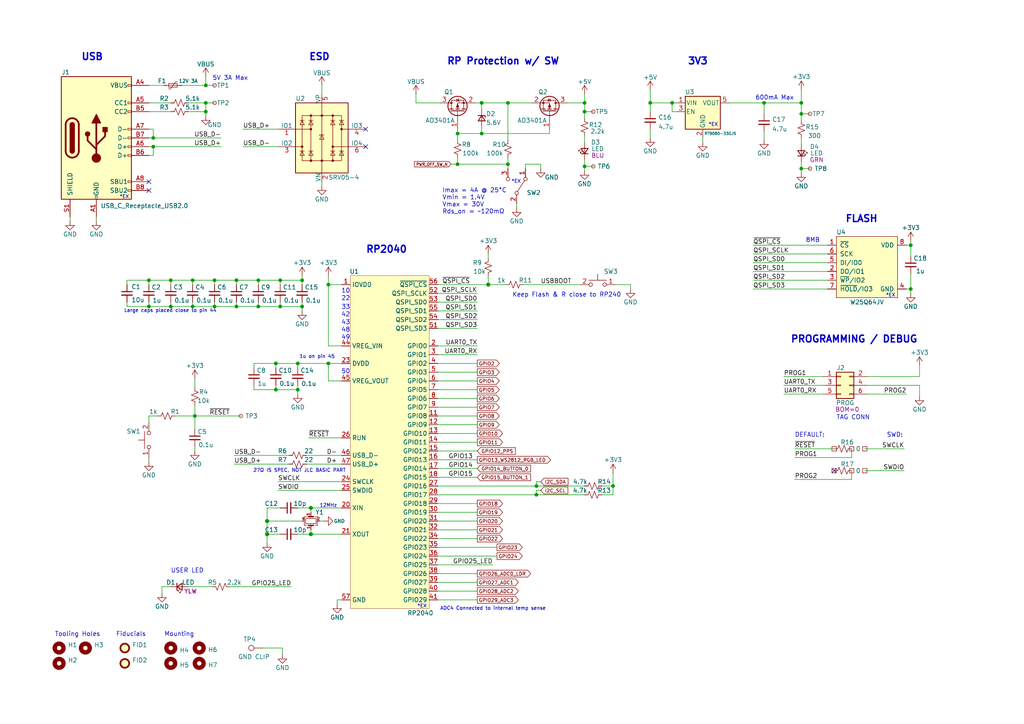
<source format=kicad_sch>
(kicad_sch (version 20230121) (generator eeschema)
  (paper "A4")
  (title_block (title "RP2040 & USB"))
  (junction (at 139.7 38.735))
  (junction (at 81.28 81.28))
  (junction (at 169.545 32.385))
  (junction (at 132.715 38.735))
  (junction (at 95.25 105.41))
  (junction (at 44.45 42.545))
  (junction (at 62.23 88.9))
  (junction (at 90.17 154.94) (diameter 1.016))
  (junction (at 80.01 105.41))
  (junction (at 49.53 81.28))
  (junction (at 44.45 40.005))
  (junction (at 139.7 29.845))
  (junction (at 194.945 29.845))
  (junction (at 81.28 88.9))
  (junction (at 87.63 81.28))
  (junction (at 147.32 29.845))
  (junction (at 77.47 151.13) (diameter 1.016))
  (junction (at 86.36 105.41))
  (junction (at 49.53 88.9))
  (junction (at 264.16 71.12))
  (junction (at 169.545 48.26))
  (junction (at 59.69 32.385))
  (junction (at 90.17 147.32) (diameter 1.016))
  (junction (at 232.41 48.895))
  (junction (at 43.18 88.9))
  (junction (at 74.93 81.28))
  (junction (at 77.47 154.94) (diameter 1.016))
  (junction (at 177.8 140.97))
  (junction (at 59.69 29.845))
  (junction (at 147.32 47.625))
  (junction (at 155.575 140.97))
  (junction (at 86.36 113.03))
  (junction (at 232.41 29.845))
  (junction (at 68.58 81.28))
  (junction (at 95.25 82.55))
  (junction (at 43.18 81.28))
  (junction (at 132.715 47.625))
  (junction (at 221.615 29.845))
  (junction (at 74.93 88.9))
  (junction (at 80.01 113.03))
  (junction (at 232.41 33.02))
  (junction (at 55.88 81.28))
  (junction (at 56.515 120.65))
  (junction (at 87.63 88.9))
  (junction (at 188.595 29.845))
  (junction (at 264.16 83.82))
  (junction (at 141.605 82.55) (diameter 1.016))
  (junction (at 59.69 24.765))
  (junction (at 68.58 88.9))
  (junction (at 62.23 81.28))
  (junction (at 155.575 143.51))
  (junction (at 169.545 29.845))
  (junction (at 55.88 88.9))
  (no_connect (at 241.935 136.525))
  (no_connect (at 106.045 42.545))
  (no_connect (at 43.18 52.705))
  (no_connect (at 106.045 37.465))
  (no_connect (at 43.18 55.245))
  (wire (pts (xy 127 102.87) (xy 138.43 102.87)))
  (wire (pts (xy 90.17 147.32) (xy 90.17 148.59)))
  (wire (pts (xy 95.25 110.49) (xy 95.25 105.41)))
  (wire (pts (xy 232.41 50.165) (xy 232.41 48.895)))
  (wire (pts (xy 43.18 37.465) (xy 44.45 37.465)))
  (wire (pts (xy 127 113.03) (xy 138.43 113.03)))
  (wire (pts (xy 262.89 71.12) (xy 264.16 71.12)))
  (wire (pts (xy 95.25 82.55) (xy 99.06 82.55)))
  (wire (pts (xy 238.76 114.3) (xy 227.33 114.3)))
  (wire (pts (xy 86.36 105.41) (xy 86.36 106.68)))
  (wire (pts (xy 81.28 88.9) (xy 81.28 87.63)))
  (wire (pts (xy 80.01 106.68) (xy 80.01 105.41)))
  (wire (pts (xy 141.605 82.55) (xy 141.605 80.01)))
  (wire (pts (xy 43.18 88.9) (xy 49.53 88.9)))
  (wire (pts (xy 49.53 88.9) (xy 49.53 87.63)))
  (wire (pts (xy 50.8 120.65) (xy 56.515 120.65)))
  (wire (pts (xy 247.015 130.175) (xy 247.015 132.715)))
  (wire (pts (xy 127 151.13) (xy 138.43 151.13)))
  (wire (pts (xy 264.16 71.12) (xy 264.16 74.295)))
  (wire (pts (xy 182.88 83.82) (xy 182.88 82.55)))
  (wire (pts (xy 137.795 29.845) (xy 139.7 29.845)))
  (wire (pts (xy 127 138.43) (xy 138.43 138.43)))
  (wire (pts (xy 266.7 111.76) (xy 266.7 114.935)))
  (wire (pts (xy 155.575 139.7) (xy 155.575 140.97)))
  (wire (pts (xy 127 105.41) (xy 138.43 105.41)))
  (wire (pts (xy 93.345 52.705) (xy 93.345 53.975)))
  (wire (pts (xy 61.595 170.18) (xy 54.61 170.18)))
  (wire (pts (xy 77.47 154.94) (xy 81.28 154.94)))
  (wire (pts (xy 93.345 24.765) (xy 93.345 27.305)))
  (wire (pts (xy 77.47 147.32) (xy 77.47 151.13)))
  (wire (pts (xy 73.66 113.03) (xy 73.66 111.76)))
  (wire (pts (xy 156.845 142.24) (xy 155.575 142.24)))
  (wire (pts (xy 155.575 142.24) (xy 155.575 143.51)))
  (wire (pts (xy 73.66 106.68) (xy 73.66 105.41)))
  (wire (pts (xy 95.25 110.49) (xy 99.06 110.49)))
  (wire (pts (xy 70.485 37.465) (xy 80.645 37.465)))
  (wire (pts (xy 232.41 40.005) (xy 232.41 41.91)))
  (wire (pts (xy 59.69 29.845) (xy 62.23 29.845)))
  (wire (pts (xy 169.545 27.305) (xy 169.545 29.845)))
  (wire (pts (xy 230.505 132.715) (xy 247.015 132.715)))
  (wire (pts (xy 130.81 47.625) (xy 132.715 47.625)))
  (wire (pts (xy 127 100.33) (xy 138.43 100.33)))
  (wire (pts (xy 56.515 109.855) (xy 56.515 112.395)))
  (wire (pts (xy 90.17 154.94) (xy 99.06 154.94)))
  (wire (pts (xy 127 82.55) (xy 141.605 82.55)))
  (wire (pts (xy 240.03 76.2) (xy 218.44 76.2)))
  (wire (pts (xy 230.505 139.065) (xy 247.015 139.065)))
  (wire (pts (xy 127 85.09) (xy 138.43 85.09)))
  (wire (pts (xy 127 87.63) (xy 138.43 87.63)))
  (wire (pts (xy 127 133.35) (xy 138.43 133.35)))
  (wire (pts (xy 43.18 122.555) (xy 43.18 120.65)))
  (wire (pts (xy 44.45 45.085) (xy 44.45 42.545)))
  (wire (pts (xy 196.215 29.845) (xy 194.945 29.845)))
  (wire (pts (xy 169.545 48.26) (xy 169.545 46.355)))
  (wire (pts (xy 49.53 81.28) (xy 55.88 81.28)))
  (wire (pts (xy 127 148.59) (xy 138.43 148.59)))
  (wire (pts (xy 67.945 132.08) (xy 83.82 132.08)))
  (wire (pts (xy 194.945 29.845) (xy 188.595 29.845)))
  (wire (pts (xy 68.58 88.9) (xy 62.23 88.9)))
  (wire (pts (xy 88.9 132.08) (xy 99.06 132.08)))
  (wire (pts (xy 266.7 106.045) (xy 266.7 109.22)))
  (wire (pts (xy 55.88 88.9) (xy 55.88 87.63)))
  (wire (pts (xy 44.45 42.545) (xy 64.135 42.545)))
  (wire (pts (xy 172.085 32.385) (xy 169.545 32.385)))
  (wire (pts (xy 44.45 40.005) (xy 64.135 40.005)))
  (wire (pts (xy 127 173.99) (xy 138.43 173.99)))
  (wire (pts (xy 169.545 32.385) (xy 169.545 29.845)))
  (wire (pts (xy 127 171.45) (xy 138.43 171.45)))
  (wire (pts (xy 87.63 80.01) (xy 87.63 81.28)))
  (wire (pts (xy 139.7 29.845) (xy 139.7 31.75)))
  (wire (pts (xy 87.63 81.28) (xy 87.63 82.55)))
  (wire (pts (xy 43.18 45.085) (xy 44.45 45.085)))
  (wire (pts (xy 55.88 88.9) (xy 62.23 88.9)))
  (wire (pts (xy 127 156.21) (xy 138.43 156.21)))
  (wire (pts (xy 221.615 29.845) (xy 221.615 33.02)))
  (wire (pts (xy 155.575 143.51) (xy 169.5082 143.51)))
  (wire (pts (xy 43.18 32.385) (xy 49.53 32.385)))
  (wire (pts (xy 132.715 47.625) (xy 147.32 47.625)))
  (wire (pts (xy 169.545 32.385) (xy 169.545 34.29)))
  (wire (pts (xy 77.47 151.13) (xy 77.47 154.94)))
  (wire (pts (xy 99.06 100.33) (xy 95.25 100.33)))
  (wire (pts (xy 43.18 24.765) (xy 47.625 24.765)))
  (wire (pts (xy 87.63 87.63) (xy 87.63 88.9)))
  (wire (pts (xy 221.615 29.845) (xy 232.41 29.845)))
  (wire (pts (xy 127 140.97) (xy 155.575 140.97)))
  (wire (pts (xy 62.23 88.9) (xy 62.23 87.63)))
  (wire (pts (xy 156.845 47.625) (xy 152.4 47.625)))
  (wire (pts (xy 59.69 29.845) (xy 59.69 32.385)))
  (wire (pts (xy 62.23 82.55) (xy 62.23 81.28)))
  (wire (pts (xy 80.645 139.7) (xy 99.06 139.7)))
  (wire (pts (xy 52.705 24.765) (xy 59.69 24.765)))
  (wire (pts (xy 232.41 48.895) (xy 232.41 46.99)))
  (wire (pts (xy 188.595 37.465) (xy 188.595 40.005)))
  (wire (pts (xy 218.44 71.12) (xy 240.03 71.12)))
  (wire (pts (xy 88.9 134.62) (xy 99.06 134.62)))
  (wire (pts (xy 139.7 38.735) (xy 159.385 38.735)))
  (wire (pts (xy 238.76 111.76) (xy 227.33 111.76)))
  (wire (pts (xy 76.2 187.96) (xy 81.915 187.96)))
  (wire (pts (xy 59.69 22.225) (xy 59.69 24.765)))
  (wire (pts (xy 141.605 82.55) (xy 146.685 82.55)))
  (wire (pts (xy 240.03 78.74) (xy 218.44 78.74)))
  (wire (pts (xy 95.25 105.41) (xy 99.06 105.41)))
  (wire (pts (xy 127 161.29) (xy 144.145 161.29)))
  (wire (pts (xy 127 123.19) (xy 138.43 123.19)))
  (wire (pts (xy 141.605 73.66) (xy 141.605 74.93)))
  (wire (pts (xy 240.03 81.28) (xy 218.44 81.28)))
  (wire (pts (xy 234.95 33.02) (xy 232.41 33.02)))
  (wire (pts (xy 177.8 140.97) (xy 177.8 143.51)))
  (wire (pts (xy 99.06 173.99) (xy 97.79 173.99)))
  (wire (pts (xy 262.89 83.82) (xy 264.16 83.82)))
  (wire (pts (xy 139.7 36.83) (xy 139.7 38.735)))
  (wire (pts (xy 127 153.67) (xy 138.43 153.67)))
  (wire (pts (xy 68.58 81.28) (xy 74.93 81.28)))
  (wire (pts (xy 156.845 48.895) (xy 156.845 47.625)))
  (wire (pts (xy 27.94 62.865) (xy 27.94 64.135)))
  (wire (pts (xy 95.25 82.55) (xy 95.25 100.33)))
  (wire (pts (xy 127 128.27) (xy 138.43 128.27)))
  (wire (pts (xy 127 90.17) (xy 138.43 90.17)))
  (wire (pts (xy 188.595 26.035) (xy 188.595 29.845)))
  (wire (pts (xy 127 118.11) (xy 138.43 118.11)))
  (wire (pts (xy 59.69 32.385) (xy 59.69 33.655)))
  (wire (pts (xy 203.835 40.005) (xy 203.835 41.275)))
  (wire (pts (xy 127 146.05) (xy 138.43 146.05)))
  (wire (pts (xy 43.18 29.845) (xy 49.53 29.845)))
  (wire (pts (xy 77.47 154.94) (xy 77.47 157.48)))
  (wire (pts (xy 127 163.83) (xy 142.875 163.83)))
  (wire (pts (xy 66.675 170.18) (xy 84.455 170.18)))
  (wire (pts (xy 77.47 147.32) (xy 81.28 147.32)))
  (wire (pts (xy 127 110.49) (xy 138.43 110.49)))
  (wire (pts (xy 81.28 88.9) (xy 87.63 88.9)))
  (wire (pts (xy 232.41 29.845) (xy 232.41 33.02)))
  (wire (pts (xy 80.01 105.41) (xy 86.36 105.41)))
  (wire (pts (xy 55.88 81.28) (xy 62.23 81.28)))
  (wire (pts (xy 81.915 187.96) (xy 81.915 189.865)))
  (wire (pts (xy 81.28 81.28) (xy 87.63 81.28)))
  (wire (pts (xy 251.46 114.3) (xy 262.89 114.3)))
  (wire (pts (xy 194.945 32.385) (xy 194.945 29.845)))
  (wire (pts (xy 250.825 136.525) (xy 262.255 136.525)))
  (wire (pts (xy 120.65 29.845) (xy 127.635 29.845)))
  (wire (pts (xy 177.8 137.16) (xy 177.8 140.97)))
  (wire (pts (xy 68.58 88.9) (xy 68.58 87.63)))
  (wire (pts (xy 43.18 82.55) (xy 43.18 81.28)))
  (wire (pts (xy 238.76 109.22) (xy 227.33 109.22)))
  (wire (pts (xy 36.83 88.9) (xy 36.83 87.63)))
  (wire (pts (xy 156.845 139.7) (xy 155.575 139.7)))
  (wire (pts (xy 264.16 83.82) (xy 264.16 85.09)))
  (wire (pts (xy 56.515 120.65) (xy 69.85 120.65)))
  (wire (pts (xy 172.085 48.26) (xy 169.545 48.26)))
  (wire (pts (xy 174.5882 143.51) (xy 177.8 143.51)))
  (wire (pts (xy 127 125.73) (xy 138.43 125.73)))
  (wire (pts (xy 43.18 42.545) (xy 44.45 42.545)))
  (wire (pts (xy 49.53 170.18) (xy 46.99 170.18)))
  (wire (pts (xy 147.32 29.845) (xy 147.32 40.64)))
  (wire (pts (xy 86.36 114.3) (xy 86.36 113.03)))
  (wire (pts (xy 232.41 33.02) (xy 232.41 34.925)))
  (wire (pts (xy 73.66 105.41) (xy 80.01 105.41)))
  (wire (pts (xy 90.17 147.32) (xy 99.06 147.32)))
  (wire (pts (xy 132.715 45.72) (xy 132.715 47.625)))
  (wire (pts (xy 264.16 71.12) (xy 264.16 69.85)))
  (wire (pts (xy 240.03 73.66) (xy 218.44 73.66)))
  (wire (pts (xy 151.765 82.55) (xy 168.275 82.55)))
  (wire (pts (xy 127 115.57) (xy 138.43 115.57)))
  (wire (pts (xy 211.455 29.845) (xy 221.615 29.845)))
  (wire (pts (xy 95.25 80.01) (xy 95.25 82.55)))
  (wire (pts (xy 132.715 38.735) (xy 132.715 37.465)))
  (wire (pts (xy 240.03 83.82) (xy 218.44 83.82)))
  (wire (pts (xy 152.4 47.625) (xy 152.4 48.895)))
  (wire (pts (xy 264.16 79.375) (xy 264.16 83.82)))
  (wire (pts (xy 251.46 111.76) (xy 266.7 111.76)))
  (wire (pts (xy 43.18 81.28) (xy 49.53 81.28)))
  (wire (pts (xy 234.95 48.895) (xy 232.41 48.895)))
  (wire (pts (xy 81.28 82.55) (xy 81.28 81.28)))
  (wire (pts (xy 70.485 42.545) (xy 80.645 42.545)))
  (wire (pts (xy 55.88 82.55) (xy 55.88 81.28)))
  (wire (pts (xy 20.32 62.865) (xy 20.32 64.135)))
  (wire (pts (xy 92.71 151.13) (xy 93.98 151.13)))
  (wire (pts (xy 196.215 32.385) (xy 194.945 32.385)))
  (wire (pts (xy 43.18 40.005) (xy 44.45 40.005)))
  (wire (pts (xy 182.88 82.55) (xy 178.435 82.55)))
  (wire (pts (xy 74.93 82.55) (xy 74.93 81.28)))
  (wire (pts (xy 127 120.65) (xy 138.43 120.65)))
  (wire (pts (xy 174.625 140.97) (xy 177.8 140.97)))
  (wire (pts (xy 230.505 130.175) (xy 241.935 130.175)))
  (wire (pts (xy 149.86 59.055) (xy 149.86 60.325)))
  (wire (pts (xy 127 166.37) (xy 138.43 166.37)))
  (wire (pts (xy 120.65 27.305) (xy 120.65 29.845)))
  (wire (pts (xy 56.515 117.475) (xy 56.515 120.65)))
  (wire (pts (xy 74.93 88.9) (xy 68.58 88.9)))
  (wire (pts (xy 54.61 29.845) (xy 59.69 29.845)))
  (wire (pts (xy 247.015 136.525) (xy 247.015 139.065)))
  (wire (pts (xy 67.945 134.62) (xy 83.82 134.62)))
  (wire (pts (xy 97.79 173.99) (xy 97.79 175.26)))
  (wire (pts (xy 89.535 127) (xy 99.06 127)))
  (wire (pts (xy 74.93 88.9) (xy 74.93 87.63)))
  (wire (pts (xy 80.645 142.24) (xy 99.06 142.24)))
  (wire (pts (xy 169.545 49.53) (xy 169.545 48.26)))
  (wire (pts (xy 86.36 113.03) (xy 80.01 113.03)))
  (wire (pts (xy 127 158.75) (xy 144.145 158.75)))
  (wire (pts (xy 74.93 81.28) (xy 81.28 81.28)))
  (wire (pts (xy 36.83 88.9) (xy 43.18 88.9)))
  (wire (pts (xy 127 95.25) (xy 138.43 95.25)))
  (wire (pts (xy 56.515 129.54) (xy 56.515 130.81)))
  (wire (pts (xy 55.88 88.9) (xy 49.53 88.9)))
  (wire (pts (xy 147.32 29.845) (xy 154.305 29.845)))
  (wire (pts (xy 36.83 82.55) (xy 36.83 81.28)))
  (wire (pts (xy 127 135.89) (xy 138.43 135.89)))
  (wire (pts (xy 127 143.51) (xy 155.575 143.51)))
  (wire (pts (xy 43.18 133.985) (xy 43.18 132.715)))
  (wire (pts (xy 49.53 82.55) (xy 49.53 81.28)))
  (wire (pts (xy 221.615 38.1) (xy 221.615 40.64)))
  (wire (pts (xy 127 168.91) (xy 138.43 168.91)))
  (wire (pts (xy 139.7 29.845) (xy 147.32 29.845)))
  (wire (pts (xy 43.18 88.9) (xy 43.18 87.63)))
  (wire (pts (xy 80.01 113.03) (xy 73.66 113.03)))
  (wire (pts (xy 62.23 24.765) (xy 59.69 24.765)))
  (wire (pts (xy 155.575 140.97) (xy 169.545 140.97)))
  (wire (pts (xy 86.36 105.41) (xy 95.25 105.41)))
  (wire (pts (xy 139.7 38.735) (xy 132.715 38.735)))
  (wire (pts (xy 56.515 120.65) (xy 56.515 124.46)))
  (wire (pts (xy 127 130.81) (xy 138.43 130.81)))
  (wire (pts (xy 251.46 109.22) (xy 266.7 109.22)))
  (wire (pts (xy 87.63 88.9) (xy 87.63 90.17)))
  (wire (pts (xy 90.17 153.67) (xy 90.17 154.94)))
  (wire (pts (xy 188.595 29.845) (xy 188.595 32.385)))
  (wire (pts (xy 132.715 38.735) (xy 132.715 40.64)))
  (wire (pts (xy 159.385 38.735) (xy 159.385 37.465)))
  (wire (pts (xy 36.83 81.28) (xy 43.18 81.28)))
  (wire (pts (xy 86.36 147.32) (xy 90.17 147.32)))
  (wire (pts (xy 87.63 151.13) (xy 77.47 151.13)))
  (wire (pts (xy 62.23 81.28) (xy 68.58 81.28)))
  (wire (pts (xy 80.01 113.03) (xy 80.01 111.76)))
  (wire (pts (xy 169.545 29.845) (xy 164.465 29.845)))
  (wire (pts (xy 81.28 88.9) (xy 74.93 88.9)))
  (wire (pts (xy 86.36 154.94) (xy 90.17 154.94)))
  (wire (pts (xy 46.99 170.18) (xy 46.99 172.085)))
  (wire (pts (xy 54.61 32.385) (xy 59.69 32.385)))
  (wire (pts (xy 86.36 113.03) (xy 86.36 111.76)))
  (wire (pts (xy 127 107.95) (xy 138.43 107.95)))
  (wire (pts (xy 44.45 37.465) (xy 44.45 40.005)))
  (wire (pts (xy 250.825 130.175) (xy 262.255 130.175)))
  (wire (pts (xy 232.41 26.035) (xy 232.41 29.845)))
  (wire (pts (xy 43.18 120.65) (xy 45.72 120.65)))
  (wire (pts (xy 169.545 39.37) (xy 169.545 41.275)))
  (wire (pts (xy 127 92.71) (xy 138.43 92.71)))
  (wire (pts (xy 147.32 47.625) (xy 147.32 48.895)))
  (wire (pts (xy 68.58 82.55) (xy 68.58 81.28)))
  (wire (pts (xy 147.32 47.625) (xy 147.32 45.72)))
  (text "10" (at 101.6 85.217 0) (effects (font (size 1.27 1.27)) (justify right bottom)))
  (text "12MHz" (at 97.79 147.32 0) (effects (font (size 1 1)) (justify right bottom)))
  (text "22" (at 101.6 87.376 0) (effects (font (size 1.27 1.27)) (justify right bottom)))
  (text "5V 3A Max" (at 61.595 23.495 0) (effects (font (size 1.27 1.27)) (justify left bottom)))
  (text "3V3" (at 199.39 19.05 0) (effects (font (size 2 2) (thickness 0.4) bold) (justify left bottom)))
  (text "49" (at 101.6 98.679 0) (effects (font (size 1.27 1.27)) (justify right bottom)))
  (text "8MB" (at 233.68 70.485 0) (effects (font (size 1.27 1.27)) (justify left bottom)))
  (text "42" (at 101.6 92.075 0) (effects (font (size 1.27 1.27)) (justify right bottom)))
  (text "*EX" (at 37.465 57.785 0) (effects (font (size 1 1)) (justify right bottom)))
  (text "50" (at 101.6 108.585 0) (effects (font (size 1.27 1.27)) (justify right bottom)))
  (text "*EX" (at 259.715 86.36 0) (effects (font (size 1 1)) (justify right bottom)))
  (text "Imax = 4A @ 25°C\nVmin = 1.4V\nVmax = 30V\nRds_on = ~120mΩ" (at 128.27 62.23 0) (effects (font (size 1.27 1.27)) (justify left bottom)))
  (text "RP Protection w/ SW" (at 129.54 19.05 0) (effects (font (size 2 2) (thickness 0.4) bold) (justify left bottom)))
  (text "27Ω IS SPEC, NOT JLC BASIC PART" (at 100.33 137.16 0) (effects (font (size 1 1)) (justify right bottom)))
  (text "Tooling Holes\n" (at 15.875 184.785 0) (effects (font (size 1.27 1.27)) (justify left bottom)))
  (text "*EX" (at 208.28 36.83 0) (effects (font (size 1 1)) (justify right bottom)))
  (text "ADC4 Connected to internal temp sense" (at 127.635 177.165 0) (effects (font (size 1 1)) (justify left bottom)))
  (text "ESD" (at 89.535 17.78 0) (effects (font (size 2 2) (thickness 0.4) bold) (justify left bottom)))
  (text "Keep Flash & R close to RP240" (at 148.59 86.36 0) (effects (font (size 1.27 1.27)) (justify left bottom)))
  (text "*EX" (at 123.825 176.53 0) (effects (font (size 1 1)) (justify right bottom)))
  (text "USB" (at 23.495 17.78 0) (effects (font (size 2 2) (thickness 0.4) bold) (justify left bottom)))
  (text "TAG CONN" (at 242.57 121.92 0) (effects (font (size 1.27 1.27)) (justify left bottom)))
  (text "Mounting" (at 47.625 184.785 0) (effects (font (size 1.27 1.27)) (justify left bottom)))
  (text "Large caps placed close to pin 44" (at 62.865 90.805 0) (effects (font (size 1 1)) (justify right bottom)))
  (text "33" (at 101.6 89.916 0) (effects (font (size 1.27 1.27)) (justify right bottom)))
  (text "FLASH" (at 245.11 64.77 0) (effects (font (size 2 2) (thickness 0.4) bold) (justify left bottom)))
  (text "DEFAULT:" (at 230.505 127 0) (effects (font (size 1.27 1.27)) (justify left bottom)))
  (text "*EX" (at 151.13 53.34 0) (effects (font (size 1 1)) (justify right bottom)))
  (text "1u on pin 45\n" (at 97.155 104.14 0) (effects (font (size 1 1)) (justify right bottom)))
  (text "RP2040\n" (at 106.045 73.66 0) (effects (font (size 2 2) (thickness 0.4) bold) (justify left bottom)))
  (text "600mA Max" (at 219.075 29.21 0) (effects (font (size 1.27 1.27)) (justify left bottom)))
  (text "43" (at 101.6 94.361 0) (effects (font (size 1.27 1.27)) (justify right bottom)))
  (text "USER LED\n" (at 49.53 166.37 0) (effects (font (size 1.27 1.27)) (justify left bottom)))
  (text "Fiducials" (at 33.655 184.785 0) (effects (font (size 1.27 1.27)) (justify left bottom)))
  (text "48" (at 101.6 96.52 0) (effects (font (size 1.27 1.27)) (justify right bottom)))
  (text "PROGRAMMING / DEBUG" (at 229.235 99.695 0) (effects (font (size 2 2) (thickness 0.4) bold) (justify left bottom)))
  (text "SWD:" (at 257.175 127 0) (effects (font (size 1.27 1.27)) (justify left bottom)))
  (label "QSPI_SD3" (at 218.44 83.82 0))
  (label "SWDIO" (at 262.255 136.525 180))
  (label "~{RESET}" (at 66.675 120.65 180))
  (label "QSPI_SCLK" (at 138.43 85.09 180))
  (label "UART0_TX" (at 138.43 100.33 180))
  (label "UART0_TX" (at 227.33 111.76 0))
  (label "QSPI_SD1" (at 138.43 90.17 180))
  (label "GPIO14" (at 137.16 135.89 180))
  (label "D+" (at 97.79 134.62 180))
  (label "QSPI_SCLK" (at 218.44 73.66 0))
  (label "PROG2" (at 262.89 114.3 180))
  (label "USB_D+" (at 64.135 42.545 180))
  (label "SWDIO" (at 80.645 142.24 0))
  (label "~{RESET}" (at 89.535 127 0))
  (label "QSPI_SD3" (at 138.43 95.25 180))
  (label "PROG2" (at 230.505 139.065 0))
  (label "D-" (at 97.79 132.08 180))
  (label "UART0_RX" (at 138.43 102.87 180))
  (label "SWCLK" (at 262.255 130.175 180))
  (label "GPIO15" (at 137.16 138.43 180))
  (label "USB_D-" (at 64.135 40.005 180))
  (label "UART0_RX" (at 227.33 114.3 0))
  (label "PROG1" (at 230.505 132.715 0))
  (label "QSPI_SD2" (at 138.43 92.71 180))
  (label "USB_D+" (at 70.485 37.465 0))
  (label "~{RESET}" (at 230.505 130.175 0))
  (label "PROG1" (at 227.33 109.22 0))
  (label "SWCLK" (at 80.645 139.7 0))
  (label "QSPI_SD2" (at 218.44 81.28 0))
  (label "USBBOOT" (at 165.735 82.55 180))
  (label "USB_D-" (at 67.945 132.08 0))
  (label "USB_D+" (at 67.945 134.62 0))
  (label "GPIO13" (at 137.16 133.35 180))
  (label "~{QSPI_CS}" (at 128.27 82.55 0))
  (label "USB_D-" (at 70.485 42.545 0))
  (label "QSPI_SD0" (at 218.44 76.2 0))
  (label "QSPI_SD1" (at 218.44 78.74 0))
  (label "QSPI_SD0" (at 138.43 87.63 180))
  (label "GPIO25_LED" (at 84.455 170.18 180))
  (label "GPIO25_LED" (at 142.875 163.83 180))
  (label "~{QSPI_CS}" (at 218.44 71.12 0))
  (global_label "GPIO6" (shape output) (at 138.43 115.57 0) (effects (font (size 1 1))) (property "Intersheetrefs" "${INTERSHEET_REFS}" (effects hide)))
  (global_label "GPIO24" (shape output) (at 144.145 161.29 0) (effects (font (size 1 1))) (property "Intersheetrefs" "${INTERSHEET_REFS}" (effects hide)))
  (global_label "GPIO13_WS2812_RGB_LED" (shape output) (at 138.43 133.35 0) (effects (font (size 1 1))) (property "Intersheetrefs" "${INTERSHEET_REFS}" (effects hide)))
  (global_label "GPIO2" (shape output) (at 138.43 105.41 0) (effects (font (size 1 1))) (property "Intersheetrefs" "${INTERSHEET_REFS}" (effects hide)))
  (global_label "GPIO11" (shape output) (at 138.43 128.27 0) (effects (font (size 1 1))) (property "Intersheetrefs" "${INTERSHEET_REFS}" (effects hide)))
  (global_label "GPIO28_ADC2" (shape output) (at 138.43 171.45 0) (effects (font (size 1 1))) (property "Intersheetrefs" "${INTERSHEET_REFS}" (effects hide)))
  (global_label "GPIO9" (shape output) (at 138.43 123.19 0) (effects (font (size 1 1))) (property "Intersheetrefs" "${INTERSHEET_REFS}" (effects hide)))
  (global_label "GPIO7" (shape output) (at 138.43 118.11 0) (effects (font (size 1 1))) (property "Intersheetrefs" "${INTERSHEET_REFS}" (effects hide)))
  (global_label "GPIO22" (shape output) (at 138.43 156.21 0) (effects (font (size 1 1))) (property "Intersheetrefs" "${INTERSHEET_REFS}" (effects hide)))
  (global_label "I2C_SDA" (shape input) (at 156.845 139.7 0) (effects (font (size 1 1))) (property "Intersheetrefs" "${INTERSHEET_REFS}" (effects hide)))
  (global_label "GPIO10" (shape output) (at 138.43 125.73 0) (effects (font (size 1 1))) (property "Intersheetrefs" "${INTERSHEET_REFS}" (effects hide)))
  (global_label "GPIO14_BUTTON_0" (shape input) (at 138.43 135.89 0) (effects (font (size 1 1))) (property "Intersheetrefs" "${INTERSHEET_REFS}" (effects hide)))
  (global_label "I2C_SCL" (shape input) (at 156.845 142.24 0) (effects (font (size 1 1))) (property "Intersheetrefs" "${INTERSHEET_REFS}" (effects hide)))
  (global_label "GPIO23" (shape output) (at 144.145 158.75 0) (effects (font (size 1 1))) (property "Intersheetrefs" "${INTERSHEET_REFS}" (effects hide)))
  (global_label "GPIO21" (shape output) (at 138.43 153.67 0) (effects (font (size 1 1))) (property "Intersheetrefs" "${INTERSHEET_REFS}" (effects hide)))
  (global_label "GPIO19" (shape output) (at 138.43 148.59 0) (effects (font (size 1 1))) (property "Intersheetrefs" "${INTERSHEET_REFS}" (effects hide)))
  (global_label "GPIO15_BUTTON_1" (shape input) (at 138.43 138.43 0) (effects (font (size 1 1))) (property "Intersheetrefs" "${INTERSHEET_REFS}" (effects hide)))
  (global_label "GPIO5" (shape output) (at 138.43 113.03 0) (effects (font (size 1 1))) (property "Intersheetrefs" "${INTERSHEET_REFS}" (effects hide)))
  (global_label "GPIO12_PPS" (shape input) (at 138.43 130.81 0) (effects (font (size 1 1))) (property "Intersheetrefs" "${INTERSHEET_REFS}" (effects hide)))
  (global_label "GPIO8" (shape output) (at 138.43 120.65 0) (effects (font (size 1 1))) (property "Intersheetrefs" "${INTERSHEET_REFS}" (effects hide)))
  (global_label "GPIO26_ADC0_LDR" (shape output) (at 138.43 166.37 0) (effects (font (size 1 1))) (property "Intersheetrefs" "${INTERSHEET_REFS}" (effects hide)))
  (global_label "GPIO20" (shape output) (at 138.43 151.13 0) (effects (font (size 1 1))) (property "Intersheetrefs" "${INTERSHEET_REFS}" (effects hide)))
  (global_label "PWR_OFF_SW_N" (shape input) (at 130.81 47.625 180) (effects (font (size 0.8 0.8))) (property "Intersheetrefs" "${INTERSHEET_REFS}" (effects hide)))
  (global_label "GPIO3" (shape output) (at 138.43 107.95 0) (effects (font (size 1 1))) (property "Intersheetrefs" "${INTERSHEET_REFS}" (effects hide)))
  (global_label "GPIO29_ADC3" (shape output) (at 138.43 173.99 0) (effects (font (size 1 1))) (property "Intersheetrefs" "${INTERSHEET_REFS}" (effects hide)))
  (global_label "GPIO18" (shape output) (at 138.43 146.05 0) (effects (font (size 1 1))) (property "Intersheetrefs" "${INTERSHEET_REFS}" (effects hide)))
  (global_label "GPIO27_ADC1" (shape output) (at 138.43 168.91 0) (effects (font (size 1 1))) (property "Intersheetrefs" "${INTERSHEET_REFS}" (effects hide)))
  (global_label "GPIO4" (shape output) (at 138.43 110.49 0) (effects (font (size 1 1))) (property "Intersheetrefs" "${INTERSHEET_REFS}" (effects hide)))
  (symbol (lib_id "Device:R_Small_US") (at 56.515 114.935 0) (unit 1)
    (property "Reference" "R4" (at 59.055 113.665 0))
    (property "Value" "10k" (at 59.055 116.205 0))
    (property "Footprint" "Resistor_SMD:R_0402_1005Metric" (effects hide))
    (property "lcsc" "C25744" (effects hide))
  )
  (symbol (lib_id "power:+3.3V") (at 264.16 69.85 0) (mirror y) (unit 1)
    (property "Reference" "#PWR033" (effects hide))
    (property "Value" "+3.3V" (at 264.16 66.04 0))
  )
  (symbol (lib_id "Device:C_Small") (at 74.93 85.09 0) (unit 1)
    (property "Reference" "C9" (at 75.692 83.312 0) (effects (justify left)))
    (property "Value" "0.1u" (at 75.946 87.122 0) (effects (justify left)))
    (property "Footprint" "Capacitor_SMD:C_0402_1005Metric" (effects hide))
    (property "lcsc" "C1525" (effects hide))
    (property "desc" "16V X7R" (effects hide))
  )
  (symbol (lib_id "power:+3.3V") (at 95.25 80.01 0) (unit 1)
    (property "Reference" "#PWR017" (effects hide))
    (property "Value" "+3.3V" (at 95.25 76.2 0))
  )
  (symbol (lib_id "power:+3V3") (at 266.7 106.045 0) (mirror y) (unit 1)
    (property "Reference" "#PWR035" (effects hide))
    (property "Value" "+3V3" (at 266.7 102.235 0))
  )
  (symbol (lib_id "power:+3V3") (at 177.8 137.16 0) (mirror y) (unit 1)
    (property "Reference" "#PWR025" (effects hide))
    (property "Value" "+3V3" (at 177.8 133.35 0))
  )
  (symbol (lib_id "power:GND") (at 56.515 130.81 0) (unit 1)
    (property "Reference" "#PWR06" (effects hide))
    (property "Value" "GND" (at 56.515 134.62 0))
  )
  (symbol (lib_id "Device:C_Small") (at 86.36 109.22 0) (unit 1)
    (property "Reference" "C14" (at 87.122 107.442 0) (effects (justify left)))
    (property "Value" "0.1u" (at 87.376 111.252 0) (effects (justify left)))
    (property "Footprint" "Capacitor_SMD:C_0402_1005Metric" (effects hide))
    (property "lcsc" "C1525" (effects hide))
    (property "desc" "16V X7R" (effects hide))
  )
  (symbol (lib_id "Connector:TestPoint_Small") (at 172.085 32.385 0) (unit 1)
    (property "Reference" "TP5" (at 172.72 32.385 0) (effects (justify left)))
    (property "Value" "5V" (effects hide))
    (property "Footprint" "TestPoint:TestPoint_Pad_D1.0mm" (effects hide))
    (property "bom" "BOM=0" (effects hide))
  )
  (symbol (lib_id "Device:C_Small") (at 62.23 85.09 0) (unit 1)
    (property "Reference" "C6" (at 62.992 83.312 0) (effects (justify left)))
    (property "Value" "0.1u" (at 63.246 87.122 0) (effects (justify left)))
    (property "Footprint" "Capacitor_SMD:C_0402_1005Metric" (effects hide))
    (property "lcsc" "C1525" (effects hide))
    (property "desc" "16V X7R" (effects hide))
  )
  (symbol (lib_id "power:VBUS") (at 93.345 24.765 0) (unit 1)
    (property "Reference" "#PWR014" (effects hide))
    (property "Value" "VBUS" (at 93.345 21.1605 0))
  )
  (symbol (lib_id "Mechanical:MountingHole") (at 17.145 187.96 0) (unit 1)
    (property "Reference" "H1" (at 19.685 187.0515 0) (effects (justify left)))
    (property "Value" "Tooling_Hole_JLC" (effects hide))
    (property "Footprint" "stride_footprints:JLC_Tooling_Hole" (effects hide))
    (property "bom" "BOM=0" (effects hide))
  )
  (symbol (lib_id "Device:R_Small_US") (at 232.41 37.465 180) (unit 1)
    (property "Reference" "R15" (at 235.585 36.83 0))
    (property "Value" "300" (at 236.22 39.37 0))
    (property "Footprint" "Resistor_SMD:R_0402_1005Metric" (effects hide))
    (property "lcsc" "C25102" (effects hide))
  )
  (symbol (lib_id "Device:LED_Small") (at 169.545 43.815 90) (unit 1)
    (property "Reference" "D3" (at 172.72 41.275 90))
    (property "Value" "LED" (at 173.355 43.18 90))
    (property "Footprint" "LED_SMD:LED_0603_1608Metric" (effects hide))
    (property "desc" "VFtyp 2.8V, VFmax 3.1V, Blue" (effects hide))
    (property "lcsc" "C72041" (effects hide))
    (property "Color" "BLU" (at 173.355 45.085 90))
  )
  (symbol (lib_id "Mechanical:MountingHole") (at 57.785 192.405 0) (unit 1)
    (property "Reference" "H7" (at 60.325 192.884 0) (effects (justify left)))
    (property "Value" "Mounting_Hole" (effects hide))
    (property "Footprint" "MountingHole:MountingHole_2.7mm_M2.5" (effects hide))
    (property "bom" "BOM=0" (effects hide))
  )
  (symbol (lib_id "Transistor_FET:AO3401A") (at 132.715 32.385 90) (unit 1)
    (property "Reference" "Q1" (at 130.175 26.67 90))
    (property "Value" "AO3401A" (at 127.635 34.925 90))
    (property "Footprint" "Package_TO_SOT_SMD:SOT-23" (effects hide))
    (property "Datasheet" "http://www.aosmd.com/pdfs/datasheet/AO3401A.pdf" (effects hide))
    (property "lcsc" "C15127" (effects hide))
  )
  (symbol (lib_id "Connector:TestPoint") (at 76.2 187.96 90) (unit 1)
    (property "Reference" "TP4" (at 72.39 185.42 90))
    (property "Value" "GND CLIP" (at 73.66 190.5 90))
    (property "Footprint" "stride_footprints:ronghe_RH-5016_C5199799" (effects hide))
    (property "lcsc" "C5199799" (effects hide))
  )
  (symbol (lib_id "power:GND") (at 156.845 48.895 0) (unit 1)
    (property "Reference" "#PWR022" (effects hide))
    (property "Value" "GND" (at 160.02 51.435 0))
  )
  (symbol (lib_id "Connector:TestPoint_Small") (at 62.23 24.765 0) (unit 1)
    (property "Reference" "TP1" (at 62.865 24.765 0) (effects (justify left)))
    (property "Value" "VBUS" (effects hide))
    (property "Footprint" "TestPoint:TestPoint_Pad_D1.0mm" (effects hide))
    (property "bom" "BOM=0" (effects hide))
  )
  (symbol (lib_id "Device:R_Small_US") (at 147.32 43.18 0) (mirror y) (unit 1)
    (property "Reference" "R10" (at 144.78 41.91 0))
    (property "Value" "100k" (at 143.51 44.45 0))
    (property "Footprint" "Resistor_SMD:R_0402_1005Metric" (effects hide))
    (property "lcsc" "C25741" (effects hide))
  )
  (symbol (lib_id "MCU_RaspberryPi:RP2040") (at 113.03 80.01 0) (unit 1)
    (property "Reference" "U1" (at 104.14 78.74 0) (effects (justify right)))
    (property "Value" "RP2040" (at 121.92 177.8 0))
    (property "Footprint" "stride_footprints:QFN-56_EP_7x7_Pitch0.4mm" (effects hide))
    (property "Datasheet" "https://datasheets.raspberrypi.org/rp2040/rp2040_datasheet.pdf" (effects hide))
    (property "lcsc" "C2040" (effects hide))
  )
  (symbol (lib_id "Device:LED_Small") (at 52.07 170.18 0) (mirror x) (unit 1)
    (property "Reference" "D1" (at 49.53 168.91 0))
    (property "Value" "LED" (at 54.61 168.91 0))
    (property "Footprint" "LED_SMD:LED_0603_1608Metric" (effects hide))
    (property "desc" "VFtyp 2V, VFmax 2.3V, Yellow" (effects hide))
    (property "lcsc" "C72038" (effects hide))
    (property "Color" "YLW" (at 55.245 171.45 0))
  )
  (symbol (lib_id "Device:R_Small_US") (at 52.07 32.385 90) (unit 1)
    (property "Reference" "R3" (at 47.625 31.115 90))
    (property "Value" "5.1k" (at 55.88 31.115 90))
    (property "Footprint" "Resistor_SMD:R_0402_1005Metric" (effects hide))
    (property "lcsc" "C25744" (effects hide))
  )
  (symbol (lib_id "Device:Polyfuse_Small") (at 50.165 24.765 90) (unit 1)
    (property "Reference" "F1" (at 46.99 23.495 90))
    (property "Value" "12V 3A" (at 54.61 23.495 90) (effects (font (size 1 1))))
    (property "Footprint" "Fuse:Fuse_1206_3216Metric" (effects hide))
    (property "desc" "JK-NSMD300L-12V" (effects hide))
    (property "lcsc" "C516068" (effects hide))
  )
  (symbol (lib_id "Device:R_Small_US") (at 172.085 140.97 90) (unit 1)
    (property "Reference" "R14" (at 175.26 139.7 90))
    (property "Value" "4.7k" (at 168.275 139.7 90))
    (property "Footprint" "Resistor_SMD:R_0402_1005Metric" (effects hide))
    (property "lcsc" "C25900" (effects hide))
  )
  (symbol (lib_id "Power_Protection:SRV05-4") (at 93.345 40.005 0) (unit 1)
    (property "Reference" "U2" (at 85.725 28.575 0) (effects (justify left)))
    (property "Value" "SRV05-4" (at 95.25 51.435 0) (effects (justify left)))
    (property "Footprint" "Package_TO_SOT_SMD:SOT-23-6" (effects hide))
    (property "Datasheet" "http://www.onsemi.com/pub/Collateral/SRV05-4-D.PDF" (effects hide))
    (property "lcsc" "C85364" (effects hide))
  )
  (symbol (lib_id "power:GND") (at 27.94 64.135 0) (unit 1)
    (property "Reference" "#PWR02" (effects hide))
    (property "Value" "GND" (at 27.94 67.945 0))
  )
  (symbol (lib_id "power:GND") (at 149.86 60.325 0) (unit 1)
    (property "Reference" "#PWR021" (effects hide))
    (property "Value" "GND" (at 149.86 64.135 0))
  )
  (symbol (lib_id "power:GND") (at 203.835 41.275 0) (unit 1)
    (property "Reference" "#PWR029" (effects hide))
    (property "Value" "GND" (at 203.835 45.085 0))
  )
  (symbol (lib_id "Device:R_Small_US") (at 132.715 43.18 0) (unit 1)
    (property "Reference" "R8" (at 135.255 41.91 0))
    (property "Value" "100k" (at 136.525 44.45 0))
    (property "Footprint" "Resistor_SMD:R_0402_1005Metric" (effects hide))
    (property "lcsc" "C25741" (effects hide))
  )
  (symbol (lib_id "Switch:SW_Push") (at 43.18 127.635 90) (unit 1)
    (property "Reference" "SW1" (at 38.735 125.095 90))
    (property "Value" "TS-1187A-B-A-B" (effects hide))
    (property "Footprint" "Button_Switch_SMD:SW_SPST_TL3342" (effects hide))
    (property "desc" "ftp: Not Exact" (effects hide))
    (property "lcsc" "C318884" (effects hide))
  )
  (symbol (lib_id "power:GND") (at 221.615 40.64 0) (unit 1)
    (property "Reference" "#PWR030" (effects hide))
    (property "Value" "GND" (at 221.615 44.45 0))
  )
  (symbol (lib_id "Device:C_Small") (at 221.615 35.56 0) (unit 1)
    (property "Reference" "C17" (at 223.9391 34.6578 0) (effects (justify left)))
    (property "Value" "4.7u" (at 223.9391 37.4329 0) (effects (justify left)))
    (property "Footprint" "Capacitor_SMD:C_0402_1005Metric" (effects hide))
    (property "lcsc" "C23733" (effects hide))
    (property "desc" "10V X5R" (effects hide))
  )
  (symbol (lib_id "power:+3.3V") (at 141.605 73.66 0) (unit 1)
    (property "Reference" "#PWR020" (effects hide))
    (property "Value" "+3.3V" (at 141.605 69.85 0))
  )
  (symbol (lib_id "Mechanical:MountingHole") (at 49.53 187.96 0) (unit 1)
    (property "Reference" "H4" (at 52.07 188.595 0) (effects (justify left)))
    (property "Value" "Mounting_Hole" (effects hide))
    (property "Footprint" "MountingHole:MountingHole_2.7mm_M2.5" (effects hide))
    (property "bom" "BOM=0" (effects hide))
  )
  (symbol (lib_id "Mechanical:MountingHole") (at 57.785 187.96 0) (unit 1)
    (property "Reference" "H6" (at 60.325 188.439 0) (effects (justify left)))
    (property "Value" "Mounting_Hole" (effects hide))
    (property "Footprint" "MountingHole:MountingHole_2.7mm_M2.5" (effects hide))
    (property "bom" "BOM=0" (effects hide))
  )
  (symbol (lib_id "power:GND") (at 264.16 85.09 0) (unit 1)
    (property "Reference" "#PWR034" (effects hide))
    (property "Value" "GND" (at 264.16 88.9 0))
  )
  (symbol (lib_id "Device:C_Small") (at 49.53 85.09 0) (unit 1)
    (property "Reference" "C3" (at 50.292 83.312 0) (effects (justify left)))
    (property "Value" "0.1u" (at 50.546 87.122 0) (effects (justify left)))
    (property "Footprint" "Capacitor_SMD:C_0402_1005Metric" (effects hide))
    (property "lcsc" "C1525" (effects hide))
    (property "desc" "16V X7R" (effects hide))
  )
  (symbol (lib_id "power:GND") (at 59.69 33.655 0) (unit 1)
    (property "Reference" "#PWR08" (effects hide))
    (property "Value" "GND" (at 62.23 36.195 0))
  )
  (symbol (lib_id "power:GND") (at 43.18 133.985 0) (unit 1)
    (property "Reference" "#PWR03" (effects hide))
    (property "Value" "GND" (at 43.18 137.795 0))
  )
  (symbol (lib_id "power:GND") (at 46.99 172.085 0) (unit 1)
    (property "Reference" "#PWR04" (effects hide))
    (property "Value" "GND" (at 46.99 175.895 0))
  )
  (symbol (lib_id "power:GND") (at 86.36 114.3 0) (unit 1)
    (property "Reference" "#PWR011" (effects hide))
    (property "Value" "GND" (at 86.36 118.11 0))
  )
  (symbol (lib_id "Device:C_Small") (at 81.28 85.09 0) (unit 1)
    (property "Reference" "C11" (at 82.042 83.312 0) (effects (justify left)))
    (property "Value" "0.1u" (at 82.296 87.122 0) (effects (justify left)))
    (property "Footprint" "Capacitor_SMD:C_0402_1005Metric" (effects hide))
    (property "lcsc" "C1525" (effects hide))
    (property "desc" "16V X7R" (effects hide))
  )
  (symbol (lib_id "Mechanical:Fiducial") (at 36.195 187.96 0) (unit 1)
    (property "Reference" "FID1" (at 38.354 187.0515 0) (effects (justify left)))
    (property "Value" "Fiducial" (effects hide))
    (property "Footprint" "Fiducial:Fiducial_1mm_Mask2mm" (effects hide))
    (property "bom" "BOM=0" (effects hide))
  )
  (symbol (lib_id "Device:C_Small") (at 83.82 154.94 90) (unit 1)
    (property "Reference" "C13" (at 80.645 153.67 90) (effects (justify left)))
    (property "Value" "10p" (at 88.9 153.67 90) (effects (justify left)))
    (property "Footprint" "Capacitor_SMD:C_0402_1005Metric" (effects hide))
    (property "lcsc" "C32949" (effects hide))
    (property "desc" "50V C0G" (effects hide))
  )
  (symbol (lib_id "Device:R_Small_US") (at 52.07 29.845 90) (unit 1)
    (property "Reference" "R2" (at 47.625 28.575 90))
    (property "Value" "5.1k" (at 55.88 28.575 90))
    (property "Footprint" "Resistor_SMD:R_0402_1005Metric" (effects hide))
    (property "lcsc" "C25744" (effects hide))
  )
  (symbol (lib_id "Switch:SW_SPDT") (at 149.86 53.975 270) (mirror x) (unit 1)
    (property "Reference" "SW2" (at 156.845 55.88 90) (effects (justify right)))
    (property "Value" "SSSS811101" (effects hide))
    (property "Footprint" "stride_footprints:SSSS811101" (effects hide))
    (property "lcsc" " C109335" (effects hide))
  )
  (symbol (lib_id "Device:R_Small_US") (at 141.605 77.47 0) (mirror y) (unit 1)
    (property "Reference" "R9" (at 138.43 76.2 0))
    (property "Value" "10k" (at 139.065 78.74 0))
    (property "Footprint" "Resistor_SMD:R_0402_1005Metric" (effects hide))
    (property "lcsc" "C25744" (effects hide))
  )
  (symbol (lib_id "Device:C_Small") (at 56.515 127 0) (unit 1)
    (property "Reference" "C5" (at 57.277 125.222 0) (effects (justify left)))
    (property "Value" "0.1u" (at 57.531 129.032 0) (effects (justify left)))
    (property "Footprint" "Capacitor_SMD:C_0402_1005Metric" (effects hide))
    (property "lcsc" "C1525" (effects hide))
    (property "desc" "16V X7R" (effects hide))
  )
  (symbol (lib_id "Device:Crystal_GND24_Small") (at 90.17 151.13 90) (unit 1)
    (property "Reference" "Y1" (at 91.44 148.59 90) (effects (justify right)))
    (property "Value" "XYDBPCNANF-12MHZ" (effects hide))
    (property "Footprint" "Crystal:Crystal_SMD_3225-4Pin_3.2x2.5mm" (effects hide))
    (property "lcsc" "C9002" (effects hide))
  )
  (symbol (lib_id "Device:C_Small") (at 83.82 147.32 90) (unit 1)
    (property "Reference" "C12" (at 80.645 146.05 90) (effects (justify left)))
    (property "Value" "10p" (at 88.9 146.05 90) (effects (justify left)))
    (property "Footprint" "Capacitor_SMD:C_0402_1005Metric" (effects hide))
    (property "lcsc" "C32949" (effects hide))
    (property "desc" "50V C0G" (effects hide))
  )
  (symbol (lib_id "Device:C_Small") (at 43.18 85.09 0) (unit 1)
    (property "Reference" "C2" (at 43.942 83.312 0) (effects (justify left)))
    (property "Value" "1u" (at 44.196 87.122 0) (effects (justify left)))
    (property "Footprint" "Capacitor_SMD:C_0402_1005Metric" (effects hide))
    (property "lcsc" "C52923" (effects hide))
    (property "desc" "25V X5R" (effects hide))
  )
  (symbol (lib_id "Device:D_Zener_Small") (at 139.7 34.29 270) (unit 1)
    (property "Reference" "D2" (at 140.97 33.02 90) (effects (justify left)))
    (property "Value" "5.6V" (at 140.97 35.56 90) (effects (justify left)))
    (property "Footprint" "Diode_SMD:D_MiniMELF" (effects hide))
    (property "desc" "ZMM5V6-M" (effects hide))
    (property "lcsc" "C8062" (effects hide))
  )
  (symbol (lib_id "master:R_Small_US_3pad") (at 241.935 136.525 0) (unit 1)
    (property "Reference" "R17" (at 245.745 134.62 0))
    (property "Value" "0" (at 248.92 136.525 0))
    (property "Footprint" "stride_footprints:R_0402_1005Metric_3pad" (effects hide))
    (property "lcsc" "C17168" (effects hide))
  )
  (symbol (lib_id "Memory_Flash_Extra:W25Q64JV") (at 251.46 77.47 0) (mirror y) (unit 1)
    (property "Reference" "U4" (at 242.57 67.31 0) (effects (justify right)))
    (property "Value" "W25Q64JV" (at 251.46 87.63 0))
    (property "Footprint" "Package_SON:WSON-8-1EP_4x4mm_P0.8mm_EP2.2x3mm" (effects hide))
    (property "lcsc" "C2940195" (effects hide))
    (property "desc" "8MB Flash" (effects hide))
  )
  (symbol (lib_id "Mechanical:MountingHole") (at 49.53 192.405 0) (unit 1)
    (property "Reference" "H5" (at 52.07 192.884 0) (effects (justify left)))
    (property "Value" "Mounting_Hole" (effects hide))
    (property "Footprint" "MountingHole:MountingHole_2.7mm_M2.5" (effects hide))
    (property "bom" "BOM=0" (effects hide))
  )
  (symbol (lib_id "power:GND") (at 169.545 49.53 0) (unit 1)
    (property "Reference" "#PWR024" (effects hide))
    (property "Value" "GND" (at 169.545 53.34 0))
  )
  (symbol (lib_id "power:GND") (at 87.63 90.17 0) (unit 1)
    (property "Reference" "#PWR013" (effects hide))
    (property "Value" "GND" (at 87.63 93.98 0))
  )
  (symbol (lib_id "Connector:TestPoint_Small") (at 172.085 48.26 0) (unit 1)
    (property "Reference" "TP6" (at 173.355 48.26 0) (effects (justify left)))
    (property "Value" "5V" (effects hide))
    (property "Footprint" "TestPoint:TestPoint_Pad_D1.0mm" (effects hide))
    (property "bom" "BOM=0" (effects hide))
  )
  (symbol (lib_id "Device:C_Small") (at 80.01 109.22 0) (unit 1)
    (property "Reference" "C10" (at 80.772 107.442 0) (effects (justify left)))
    (property "Value" "0.1u" (at 81.026 111.252 0) (effects (justify left)))
    (property "Footprint" "Capacitor_SMD:C_0402_1005Metric" (effects hide))
    (property "lcsc" "C1525" (effects hide))
    (property "desc" "16V X7R" (effects hide))
  )
  (symbol (lib_id "Device:LED_Small") (at 232.41 44.45 270) (mirror x) (unit 1)
    (property "Reference" "D4" (at 236.22 42.545 90))
    (property "Value" "LED" (at 236.855 44.45 90))
    (property "Footprint" "LED_SMD:LED_0603_1608Metric" (effects hide))
    (property "desc" "VFtyp 3.3V, VFmax 3.7V, Green" (effects hide))
    (property "lcsc" "C72043" (effects hide))
    (property "Color" "GRN" (at 236.855 46.355 90))
  )
  (symbol (lib_id "Device:C_Small") (at 188.595 34.925 0) (unit 1)
    (property "Reference" "C16" (at 190.9191 34.0228 0) (effects (justify left)))
    (property "Value" "4.7u" (at 190.9191 36.7979 0) (effects (justify left)))
    (property "Footprint" "Capacitor_SMD:C_0402_1005Metric" (effects hide))
    (property "lcsc" "C23733" (effects hide))
    (property "desc" "10V X5R" (effects hide))
  )
  (symbol (lib_id "power:VBUS") (at 120.65 27.305 0) (unit 1)
    (property "Reference" "#PWR019" (effects hide))
    (property "Value" "VBUS" (at 120.65 23.7005 0))
  )
  (symbol (lib_id "power:GND") (at 93.345 53.975 0) (unit 1)
    (property "Reference" "#PWR015" (effects hide))
    (property "Value" "GND" (at 93.345 57.785 0))
  )
  (symbol (lib_id "Connector:TestPoint_Small") (at 62.23 29.845 0) (unit 1)
    (property "Reference" "TP2" (at 62.865 29.845 0) (effects (justify left)))
    (property "Value" "GND" (effects hide))
    (property "Footprint" "TestPoint:TestPoint_Pad_D1.0mm" (effects hide))
    (property "bom" "BOM=0" (effects hide))
  )
  (symbol (lib_id "Device:R_Small_US") (at 169.545 36.83 180) (unit 1)
    (property "Reference" "R12" (at 172.72 36.195 0))
    (property "Value" "2.2k" (at 173.355 38.1 0))
    (property "Footprint" "Resistor_SMD:R_0402_1005Metric" (effects hide))
    (property "lcsc" "C25879" (effects hide))
  )
  (symbol (lib_id "power:+3V3") (at 87.63 80.01 0) (unit 1)
    (property "Reference" "#PWR012" (effects hide))
    (property "Value" "+3V3" (at 87.63 76.2 0))
  )
  (symbol (lib_id "Device:R_Small_US") (at 172.0482 143.51 90) (unit 1)
    (property "Reference" "R13" (at 175.26 142.24 90))
    (property "Value" "4.7k" (at 168.2382 142.24 90))
    (property "Footprint" "Resistor_SMD:R_0402_1005Metric" (effects hide))
    (property "lcsc" "C25900" (effects hide))
  )
  (symbol (lib_id "Mechanical:MountingHole") (at 24.765 187.96 0) (unit 1)
    (property "Reference" "H3" (at 27.305 187.0515 0) (effects (justify left)))
    (property "Value" "Tooling_Hole_JLC" (effects hide))
    (property "Footprint" "stride_footprints:JLC_Tooling_Hole" (effects hide))
    (property "bom" "BOM=0" (effects hide))
  )
  (symbol (lib_id "power:GND") (at 77.47 157.48 0) (unit 1)
    (property "Reference" "#PWR09" (effects hide))
    (property "Value" "GND" (at 77.47 161.29 0))
  )
  (symbol (lib_id "Device:C_Small") (at 73.66 109.22 0) (unit 1)
    (property "Reference" "C8" (at 74.422 107.442 0) (effects (justify left)))
    (property "Value" "1u" (at 74.676 111.252 0) (effects (justify left)))
    (property "Footprint" "Capacitor_SMD:C_0402_1005Metric" (effects hide))
    (property "lcsc" "C52923" (effects hide))
    (property "desc" "25V X5R" (effects hide))
  )
  (symbol (lib_id "stride_symbols:USB_C_Receptacle_USB2.0_pin-edits_AB12_v3") (at 27.94 40.005 0) (unit 1)
    (property "Reference" "J1" (at 19.05 20.955 0))
    (property "Value" "USB_C_Receptacle_USB2.0" (at 41.91 59.69 0))
    (property "Footprint" "stride_footprints:USB-C-16p_vertical_GT-USB-7051A" (effects hide))
    (property "Datasheet" "https://www.usb.org/sites/default/files/documents/usb_type-c.zip" (effects hide))
    (property "lcsc" "C2843970" (effects hide))
  )
  (symbol (lib_id "power:GND") (at 182.88 83.82 0) (unit 1)
    (property "Reference" "#PWR026" (effects hide))
    (property "Value" "GND" (at 182.88 87.63 0))
  )
  (symbol (lib_id "power:GND") (at 188.595 40.005 0) (unit 1)
    (property "Reference" "#PWR028" (effects hide))
    (property "Value" "GND" (at 188.595 43.815 0))
  )
  (symbol (lib_id "Mechanical:MountingHole") (at 17.145 192.405 0) (unit 1)
    (property "Reference" "H2" (at 19.685 191.4965 0) (effects (justify left)))
    (property "Value" "Tooling_Hole_JLC" (effects hide))
    (property "Footprint" "stride_footprints:JLC_Tooling_Hole" (effects hide))
    (property "bom" "BOM=0" (effects hide))
  )
  (symbol (lib_id "Device:C_Small") (at 264.16 76.835 0) (mirror y) (unit 1)
    (property "Reference" "C18" (at 268.859 74.93 0) (effects (justify left)))
    (property "Value" "1u" (at 268.224 78.613 0) (effects (justify left)))
    (property "Footprint" "Capacitor_SMD:C_0402_1005Metric" (effects hide))
    (property "lcsc" "C52923" (effects hide))
    (property "desc" "25V X5R" (effects hide))
  )
  (symbol (lib_id "Connector:TestPoint_Small") (at 69.85 120.65 0) (unit 1)
    (property "Reference" "TP3" (at 71.12 120.65 0) (effects (justify left)))
    (property "Value" "RST" (effects hide))
    (property "Footprint" "TestPoint:TestPoint_Pad_D1.0mm" (effects hide))
    (property "bom" "BOM=0" (effects hide))
  )
  (symbol (lib_id "Device:R_Small_US") (at 48.26 120.65 90) (unit 1)
    (property "Reference" "R1" (at 50.8 119.38 90))
    (property "Value" "1k" (at 44.45 119.38 90))
    (property "Footprint" "Resistor_SMD:R_0402_1005Metric" (effects hide))
    (property "lcsc" "C11702" (effects hide))
  )
  (symbol (lib_id "Connector_Generic:Conn_02x03_Odd_Even") (at 243.84 111.76 0) (unit 1)
    (property "Reference" "J2" (at 243.84 106.68 0))
    (property "Value" "PROG" (at 245.11 116.84 0))
    (property "Footprint" "Connector:Tag-Connect_TC2030-IDC-NL_2x03_P1.27mm_Vertical" (effects hide))
    (property "desc" "TC2030 UART ESP-PROG Interface" (effects hide))
    (property "bom" "BOM=0" (at 245.745 118.745 0))
  )
  (symbol (lib_id "power:VBUS") (at 59.69 22.225 0) (unit 1)
    (property "Reference" "#PWR07" (effects hide))
    (property "Value" "VBUS" (at 59.69 18.6205 0))
  )
  (symbol (lib_id "power:GND") (at 266.7 114.935 0) (unit 1)
    (property "Reference" "#PWR036" (effects hide))
    (property "Value" "GND" (at 266.7 118.745 0))
  )
  (symbol (lib_id "power:GND") (at 232.41 50.165 0) (unit 1)
    (property "Reference" "#PWR032" (effects hide))
    (property "Value" "GND" (at 232.41 53.975 0))
  )
  (symbol (lib_id "Device:R_Small_US") (at 64.135 170.18 90) (mirror x) (unit 1)
    (property "Reference" "R5" (at 61.595 168.91 90))
    (property "Value" "2.2k" (at 67.945 168.91 90))
    (property "Footprint" "Resistor_SMD:R_0402_1005Metric" (effects hide))
    (property "lcsc" "C25879" (effects hide))
  )
  (symbol (lib_id "Transistor_FET:AO3401A") (at 159.385 32.385 270) (mirror x) (unit 1)
    (property "Reference" "Q2" (at 157.48 26.67 90))
    (property "Value" "AO3401A" (at 154.305 34.925 90))
    (property "Footprint" "Package_TO_SOT_SMD:SOT-23" (effects hide))
    (property "Datasheet" "http://www.aosmd.com/pdfs/datasheet/AO3401A.pdf" (effects hide))
    (property "lcsc" "C15127" (effects hide))
  )
  (symbol (lib_id "Connector:TestPoint_Small") (at 234.95 48.895 0) (unit 1)
    (property "Reference" "TP8" (at 236.22 48.895 0) (effects (justify left)))
    (property "Value" "5V" (effects hide))
    (property "Footprint" "TestPoint:TestPoint_Pad_D1.0mm" (effects hide))
    (property "bom" "BOM=0" (effects hide))
  )
  (symbol (lib_id "Device:C_Small") (at 55.88 85.09 0) (unit 1)
    (property "Reference" "C4" (at 56.642 83.312 0) (effects (justify left)))
    (property "Value" "0.1u" (at 56.896 87.122 0) (effects (justify left)))
    (property "Footprint" "Capacitor_SMD:C_0402_1005Metric" (effects hide))
    (property "lcsc" "C1525" (effects hide))
    (property "desc" "16V X7R" (effects hide))
  )
  (symbol (lib_id "power:+5V") (at 169.545 27.305 0) (unit 1)
    (property "Reference" "#PWR023" (effects hide))
    (property "Value" "+5V" (at 169.545 23.7005 0))
  )
  (symbol (lib_id "Mechanical:Fiducial") (at 36.195 192.405 0) (unit 1)
    (property "Reference" "FID2" (at 38.354 191.4965 0) (effects (justify left)))
    (property "Value" "Fiducial" (effects hide))
    (property "Footprint" "Fiducial:Fiducial_1mm_Mask2mm" (effects hide))
    (property "bom" "BOM=0" (effects hide))
  )
  (symbol (lib_id "Device:R_Small_US") (at 86.36 134.62 90) (unit 1)
    (property "Reference" "R7" (at 81.915 133.35 90))
    (property "Value" "22" (at 89.535 133.35 90))
    (property "Footprint" "Resistor_SMD:R_0402_1005Metric" (effects hide))
    (property "lcsc" "C25092" (effects hide))
  )
  (symbol (lib_id "Regulator_Linear:AP2112K-3.3") (at 203.835 32.385 0) (unit 1)
    (property "Reference" "U3" (at 200.025 26.67 0))
    (property "Value" "RT9080-33GJ5" (at 208.915 38.735 0) (effects (font (size 0.8 0.8))))
    (property "Footprint" "Package_TO_SOT_SMD:SOT-23-5" (effects hide))
    (property "Datasheet" "https://datasheet.lcsc.com/lcsc/2009192305_Richtek-Tech-RT9080-33GJ5_C841192.pdf" (effects hide))
    (property "lcsc" "C841192" (effects hide))
    (property "desc" "3V3 600mA LDO" (effects hide))
  )
  (symbol (lib_id "Device:C_Small") (at 36.83 85.09 0) (unit 1)
    (property "Reference" "C1" (at 38.1 83.185 0) (effects (justify left)))
    (property "Value" "10u" (at 38.1 86.995 0) (effects (justify left)))
    (property "Footprint" "Capacitor_SMD:C_0402_1005Metric" (effects hide))
    (property "lcsc" "C15525" (effects hide))
    (property "desc" "6.3V X5R" (effects hide))
  )
  (symbol (lib_id "power:GND") (at 20.32 64.135 0) (unit 1)
    (property "Reference" "#PWR01" (effects hide))
    (property "Value" "GND" (at 20.32 67.945 0))
  )
  (symbol (lib_id "power:GND") (at 93.98 151.13 90) (unit 1)
    (property "Reference" "#PWR016" (effects hide))
    (property "Value" "GND" (at 98.425 151.13 90) (effects (font (size 1 1))))
  )
  (symbol (lib_id "power:GND") (at 97.79 175.26 0) (unit 1)
    (property "Reference" "#PWR018" (effects hide))
    (property "Value" "GND" (at 97.79 179.07 0))
  )
  (symbol (lib_id "power:+3V3") (at 56.515 109.855 0) (mirror y) (unit 1)
    (property "Reference" "#PWR05" (effects hide))
    (property "Value" "+3V3" (at 56.515 106.045 0))
  )
  (symbol (lib_id "Device:R_Small_US") (at 86.36 132.08 90) (unit 1)
    (property "Reference" "R6" (at 81.915 130.81 90))
    (property "Value" "22" (at 89.535 130.81 90))
    (property "Footprint" "Resistor_SMD:R_0402_1005Metric" (effects hide))
    (property "lcsc" "C25092" (effects hide))
  )
  (symbol (lib_id "Switch:SW_Push") (at 173.355 82.55 0) (mirror y) (unit 1)
    (property "Reference" "SW3" (at 177.165 78.74 0))
    (property "Value" "TS-1187A-B-A-B" (effects hide))
    (property "Footprint" "Button_Switch_SMD:SW_SPST_TL3342" (effects hide))
    (property "desc" "ftp: Not Exact" (effects hide))
    (property "lcsc" "C318884" (effects hide))
  )
  (symbol (lib_id "Device:C_Small") (at 68.58 85.09 0) (unit 1)
    (property "Reference" "C7" (at 69.342 83.312 0) (effects (justify left)))
    (property "Value" "0.1u" (at 69.596 87.122 0) (effects (justify left)))
    (property "Footprint" "Capacitor_SMD:C_0402_1005Metric" (effects hide))
    (property "lcsc" "C1525" (effects hide))
    (property "desc" "16V X7R" (effects hide))
  )
  (symbol (lib_id "master:R_Small_US_3pad") (at 241.935 130.175 0) (unit 1)
    (property "Reference" "R16" (at 245.745 128.27 0))
    (property "Value" "0" (at 248.92 130.175 0))
    (property "Footprint" "stride_footprints:R_0402_1005Metric_3pad" (effects hide))
    (property "lcsc" "C17168" (effects hide))
  )
  (symbol (lib_id "power:+3V3") (at 232.41 26.035 0) (unit 1)
    (property "Reference" "#PWR031" (effects hide))
    (property "Value" "+3V3" (at 232.41 22.225 0))
  )
  (symbol (lib_id "Device:R_Small_US") (at 149.225 82.55 90) (unit 1)
    (property "Reference" "R11" (at 152.4 81.28 90))
    (property "Value" "1k" (at 145.415 81.28 90))
    (property "Footprint" "Resistor_SMD:R_0402_1005Metric" (effects hide))
    (property "lcsc" "C11702" (effects hide))
  )
  (symbol (lib_id "power:GND") (at 81.915 189.865 0) (unit 1)
    (property "Reference" "#PWR010" (effects hide))
    (property "Value" "GND" (at 81.915 193.675 0))
  )
  (symbol (lib_id "Device:C_Small") (at 87.63 85.09 0) (unit 1)
    (property "Reference" "C15" (at 88.392 83.312 0) (effects (justify left)))
    (property "Value" "0.1u" (at 88.646 87.122 0) (effects (justify left)))
    (property "Footprint" "Capacitor_SMD:C_0402_1005Metric" (effects hide))
    (property "lcsc" "C1525" (effects hide))
    (property "desc" "16V X7R" (effects hide))
  )
  (symbol (lib_id "power:+5V") (at 188.595 26.035 0) (unit 1)
    (property "Reference" "#PWR027" (effects hide))
    (property "Value" "+5V" (at 188.595 22.4305 0))
  )
  (symbol (lib_id "Connector:TestPoint_Small") (at 234.95 33.02 0) (unit 1)
    (property "Reference" "TP7" (at 235.585 33.02 0) (effects (justify left)))
    (property "Value" "3V3" (effects hide))
    (property "Footprint" "TestPoint:TestPoint_Pad_D1.0mm" (effects hide))
    (property "bom" "BOM=0" (effects hide))
  )
)
</source>
